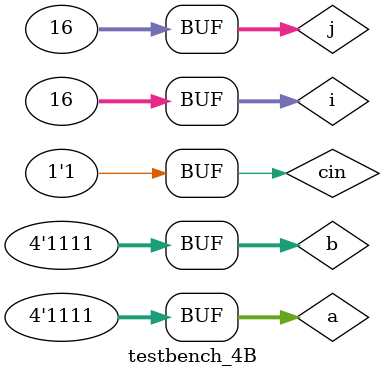
<source format=v>
module testbench_4B;
	reg[3:0] a, b;
	reg cin;
	wire[3:0] s;
	wire cout, r;
	integer i, j;

	fullAdder4B adder(s, cout, r, a, b, cin);

	initial
	begin
		for (i=0; i<16; i=i+1)
		begin
			for (j=0; j<16; j=j+1)
			begin
				#2 a = i; b = j; cin = 1'b0;
			end
		end

		for (i=0; i<16; i=i+1)
		begin
			for (j=0; j<16; j=j+1)
			begin
				#2 a = i; b = j; cin = 1'b1;
			end
		end
	end

	initial
		$monitor($time, " a=%b, b=%b, cin=%b, s=%b, cout=%b", a, b, cin, s, cout);
endmodule

</source>
